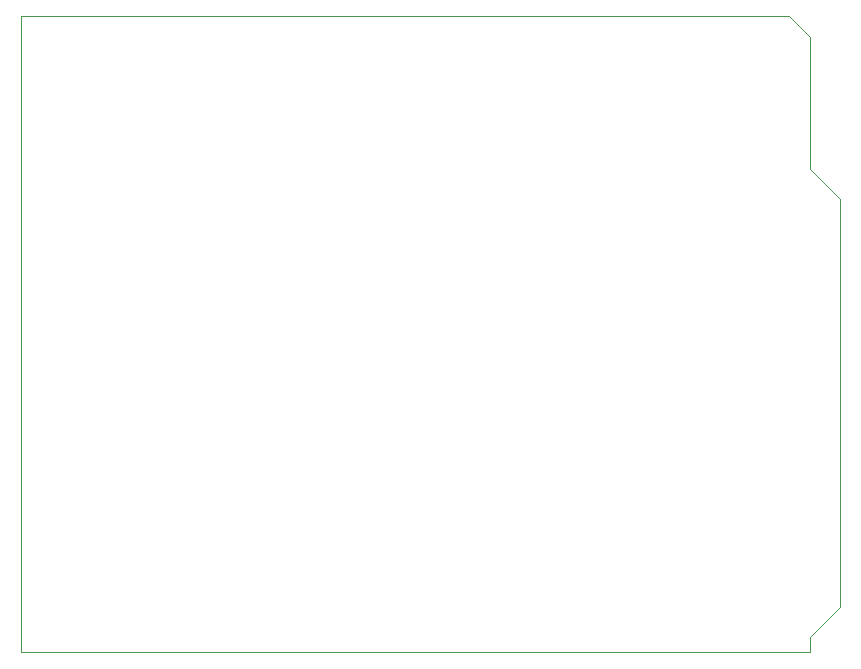
<source format=gbr>
%TF.GenerationSoftware,KiCad,Pcbnew,(7.0.0)*%
%TF.CreationDate,2023-04-19T19:47:20-05:00*%
%TF.ProjectId,pump-lights-siren,70756d70-2d6c-4696-9768-74732d736972,rev?*%
%TF.SameCoordinates,Original*%
%TF.FileFunction,Profile,NP*%
%FSLAX46Y46*%
G04 Gerber Fmt 4.6, Leading zero omitted, Abs format (unit mm)*
G04 Created by KiCad (PCBNEW (7.0.0)) date 2023-04-19 19:47:20*
%MOMM*%
%LPD*%
G01*
G04 APERTURE LIST*
%TA.AperFunction,Profile*%
%ADD10C,0.100000*%
%TD*%
G04 APERTURE END LIST*
D10*
X173990000Y-93472000D02*
X173990000Y-82296000D01*
X107188000Y-80518000D02*
X107188000Y-134366000D01*
X176530000Y-130556000D02*
X176530000Y-96012000D01*
X172212000Y-80518000D02*
X107188000Y-80518000D01*
X176530000Y-96012000D02*
X173990000Y-93472000D01*
X173990000Y-82296000D02*
X172212000Y-80518000D01*
X173990000Y-133096000D02*
X176530000Y-130556000D01*
X173990000Y-134366000D02*
X173990000Y-133096000D01*
X107442000Y-134366000D02*
X173990000Y-134366000D01*
X107188000Y-134366000D02*
X107442000Y-134366000D01*
M02*

</source>
